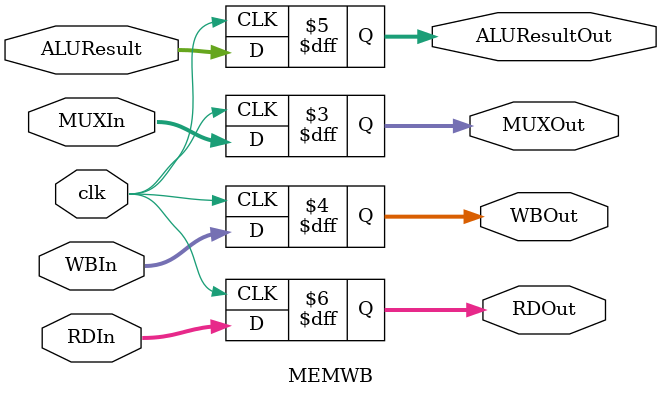
<source format=v>
`timescale 1ns / 1ps
module MEMWB(clk,WBIn,WBOut,RDIn,RDOut,ALUResult,ALUResultOut,MUXIn,MUXOut);
input clk;
input [0:4] MUXIn;
input [0:1] WBIn;
input [0:31] ALUResult,RDIn;

output reg [0:4] MUXOut;
output reg [0:1] WBOut;
output reg [0:31] ALUResultOut,RDOut;
initial begin

MUXOut =0;
WBOut =0;
ALUResultOut =0;
RDOut =0;

end
always@(posedge clk)
begin

MUXOut <= MUXIn;
WBOut <= WBIn;
ALUResultOut <= ALUResult;
RDOut <= RDIn;




end

endmodule

</source>
